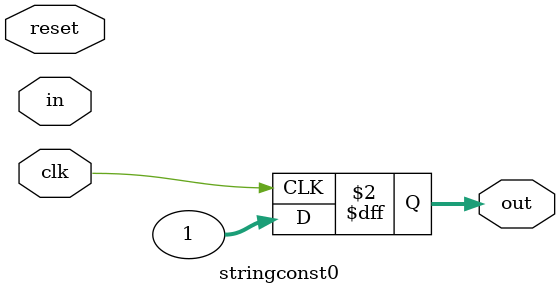
<source format=v>
module stringconst0
  #(parameter MY_STRING = "Hello World")
  (input wire        reset,
   input wire        clk,
   input wire [31:0] in,
   output reg [31:0] out);

   always @(posedge clk) out <= 1.0;

endmodule

</source>
